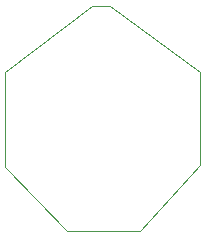
<source format=gbr>
%TF.GenerationSoftware,KiCad,Pcbnew,(5.1.6)-1*%
%TF.CreationDate,2022-09-13T14:07:30-04:00*%
%TF.ProjectId,soft-power-sw-simple,736f6674-2d70-46f7-9765-722d73772d73,rev?*%
%TF.SameCoordinates,Original*%
%TF.FileFunction,Profile,NP*%
%FSLAX46Y46*%
G04 Gerber Fmt 4.6, Leading zero omitted, Abs format (unit mm)*
G04 Created by KiCad (PCBNEW (5.1.6)-1) date 2022-09-13 14:07:30*
%MOMM*%
%LPD*%
G01*
G04 APERTURE LIST*
%TA.AperFunction,Profile*%
%ADD10C,0.050000*%
%TD*%
G04 APERTURE END LIST*
D10*
X152527000Y-96393000D02*
X144907000Y-90805000D01*
X152527000Y-104267000D02*
X152527000Y-96393000D01*
X147447000Y-109855000D02*
X152527000Y-104267000D01*
X141224000Y-109855000D02*
X147447000Y-109855000D01*
X136017000Y-104394000D02*
X141224000Y-109855000D01*
X136017000Y-96393000D02*
X136017000Y-104394000D01*
X143383000Y-90805000D02*
X136017000Y-96393000D01*
X143383000Y-90805000D02*
X144907000Y-90805000D01*
M02*

</source>
